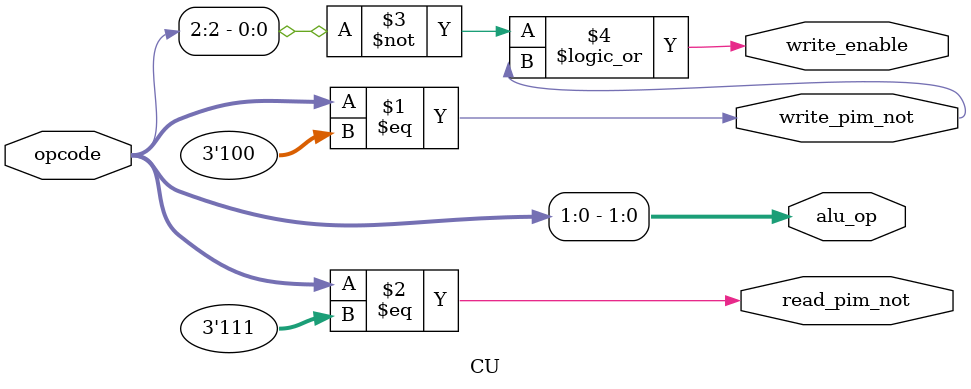
<source format=v>
module CU (
    input wire [2:0] opcode,
    output wire write_pim_not, read_pim_not, write_enable,
    output wire [1:0] alu_op
);
    assign alu_op = opcode[1:0];
    assign write_pim_not = opcode == 3'b100;
    assign read_pim_not = opcode == 3'b111;
    assign write_enable = (opcode[2] == 0) || write_pim_not;
endmodule


</source>
